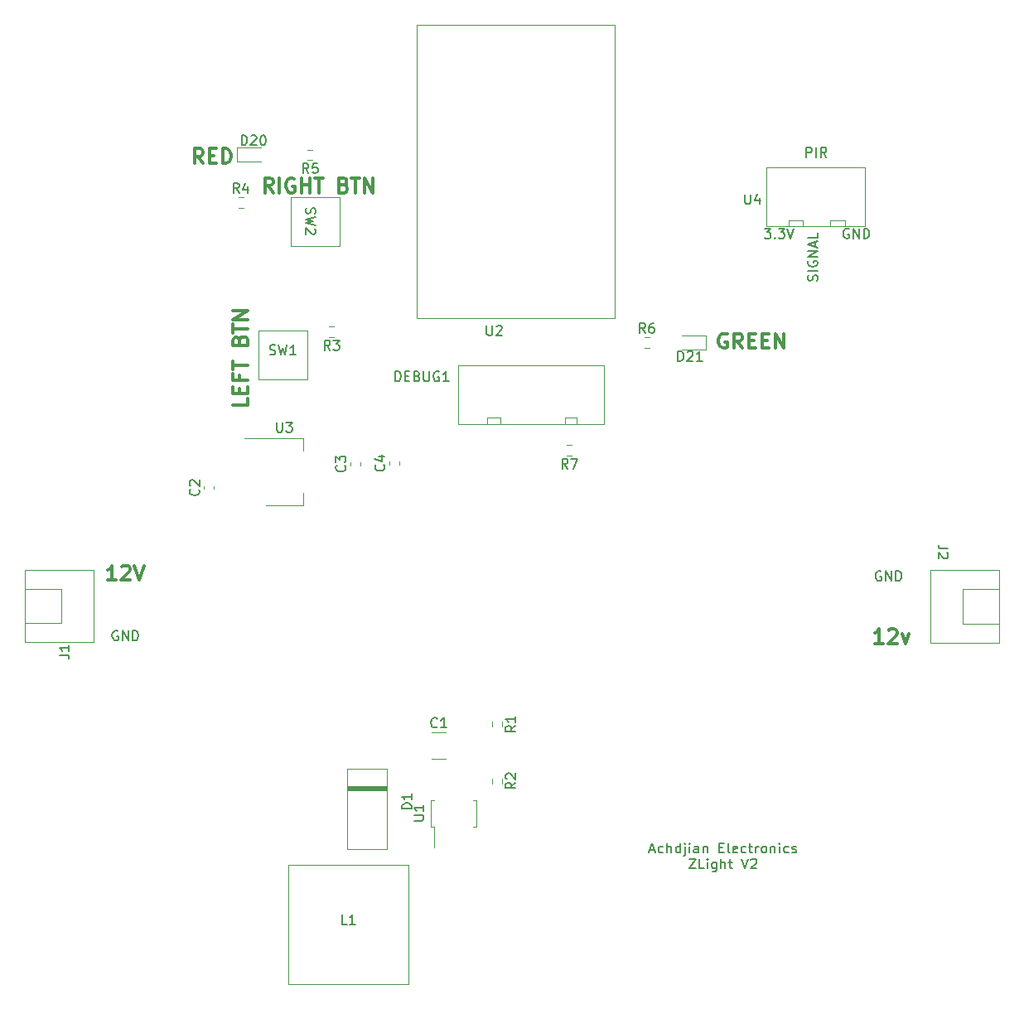
<source format=gbr>
%TF.GenerationSoftware,KiCad,Pcbnew,(6.0.9)*%
%TF.CreationDate,2022-11-20T19:55:09+01:00*%
%TF.ProjectId,ZLight_V2,5a4c6967-6874-45f5-9632-2e6b69636164,rev?*%
%TF.SameCoordinates,Original*%
%TF.FileFunction,Legend,Top*%
%TF.FilePolarity,Positive*%
%FSLAX46Y46*%
G04 Gerber Fmt 4.6, Leading zero omitted, Abs format (unit mm)*
G04 Created by KiCad (PCBNEW (6.0.9)) date 2022-11-20 19:55:09*
%MOMM*%
%LPD*%
G01*
G04 APERTURE LIST*
%ADD10C,0.150000*%
%ADD11C,0.300000*%
%ADD12C,0.120000*%
G04 APERTURE END LIST*
D10*
X164123809Y-123661666D02*
X164600000Y-123661666D01*
X164028571Y-123947380D02*
X164361904Y-122947380D01*
X164695238Y-123947380D01*
X165457142Y-123899761D02*
X165361904Y-123947380D01*
X165171428Y-123947380D01*
X165076190Y-123899761D01*
X165028571Y-123852142D01*
X164980952Y-123756904D01*
X164980952Y-123471190D01*
X165028571Y-123375952D01*
X165076190Y-123328333D01*
X165171428Y-123280714D01*
X165361904Y-123280714D01*
X165457142Y-123328333D01*
X165885714Y-123947380D02*
X165885714Y-122947380D01*
X166314285Y-123947380D02*
X166314285Y-123423571D01*
X166266666Y-123328333D01*
X166171428Y-123280714D01*
X166028571Y-123280714D01*
X165933333Y-123328333D01*
X165885714Y-123375952D01*
X167219047Y-123947380D02*
X167219047Y-122947380D01*
X167219047Y-123899761D02*
X167123809Y-123947380D01*
X166933333Y-123947380D01*
X166838095Y-123899761D01*
X166790476Y-123852142D01*
X166742857Y-123756904D01*
X166742857Y-123471190D01*
X166790476Y-123375952D01*
X166838095Y-123328333D01*
X166933333Y-123280714D01*
X167123809Y-123280714D01*
X167219047Y-123328333D01*
X167695238Y-123280714D02*
X167695238Y-124137857D01*
X167647619Y-124233095D01*
X167552380Y-124280714D01*
X167504761Y-124280714D01*
X167695238Y-122947380D02*
X167647619Y-122995000D01*
X167695238Y-123042619D01*
X167742857Y-122995000D01*
X167695238Y-122947380D01*
X167695238Y-123042619D01*
X168171428Y-123947380D02*
X168171428Y-123280714D01*
X168171428Y-122947380D02*
X168123809Y-122995000D01*
X168171428Y-123042619D01*
X168219047Y-122995000D01*
X168171428Y-122947380D01*
X168171428Y-123042619D01*
X169076190Y-123947380D02*
X169076190Y-123423571D01*
X169028571Y-123328333D01*
X168933333Y-123280714D01*
X168742857Y-123280714D01*
X168647619Y-123328333D01*
X169076190Y-123899761D02*
X168980952Y-123947380D01*
X168742857Y-123947380D01*
X168647619Y-123899761D01*
X168600000Y-123804523D01*
X168600000Y-123709285D01*
X168647619Y-123614047D01*
X168742857Y-123566428D01*
X168980952Y-123566428D01*
X169076190Y-123518809D01*
X169552380Y-123280714D02*
X169552380Y-123947380D01*
X169552380Y-123375952D02*
X169600000Y-123328333D01*
X169695238Y-123280714D01*
X169838095Y-123280714D01*
X169933333Y-123328333D01*
X169980952Y-123423571D01*
X169980952Y-123947380D01*
X171219047Y-123423571D02*
X171552380Y-123423571D01*
X171695238Y-123947380D02*
X171219047Y-123947380D01*
X171219047Y-122947380D01*
X171695238Y-122947380D01*
X172266666Y-123947380D02*
X172171428Y-123899761D01*
X172123809Y-123804523D01*
X172123809Y-122947380D01*
X173028571Y-123899761D02*
X172933333Y-123947380D01*
X172742857Y-123947380D01*
X172647619Y-123899761D01*
X172600000Y-123804523D01*
X172600000Y-123423571D01*
X172647619Y-123328333D01*
X172742857Y-123280714D01*
X172933333Y-123280714D01*
X173028571Y-123328333D01*
X173076190Y-123423571D01*
X173076190Y-123518809D01*
X172600000Y-123614047D01*
X173933333Y-123899761D02*
X173838095Y-123947380D01*
X173647619Y-123947380D01*
X173552380Y-123899761D01*
X173504761Y-123852142D01*
X173457142Y-123756904D01*
X173457142Y-123471190D01*
X173504761Y-123375952D01*
X173552380Y-123328333D01*
X173647619Y-123280714D01*
X173838095Y-123280714D01*
X173933333Y-123328333D01*
X174219047Y-123280714D02*
X174600000Y-123280714D01*
X174361904Y-122947380D02*
X174361904Y-123804523D01*
X174409523Y-123899761D01*
X174504761Y-123947380D01*
X174600000Y-123947380D01*
X174933333Y-123947380D02*
X174933333Y-123280714D01*
X174933333Y-123471190D02*
X174980952Y-123375952D01*
X175028571Y-123328333D01*
X175123809Y-123280714D01*
X175219047Y-123280714D01*
X175695238Y-123947380D02*
X175600000Y-123899761D01*
X175552380Y-123852142D01*
X175504761Y-123756904D01*
X175504761Y-123471190D01*
X175552380Y-123375952D01*
X175600000Y-123328333D01*
X175695238Y-123280714D01*
X175838095Y-123280714D01*
X175933333Y-123328333D01*
X175980952Y-123375952D01*
X176028571Y-123471190D01*
X176028571Y-123756904D01*
X175980952Y-123852142D01*
X175933333Y-123899761D01*
X175838095Y-123947380D01*
X175695238Y-123947380D01*
X176457142Y-123280714D02*
X176457142Y-123947380D01*
X176457142Y-123375952D02*
X176504761Y-123328333D01*
X176600000Y-123280714D01*
X176742857Y-123280714D01*
X176838095Y-123328333D01*
X176885714Y-123423571D01*
X176885714Y-123947380D01*
X177361904Y-123947380D02*
X177361904Y-123280714D01*
X177361904Y-122947380D02*
X177314285Y-122995000D01*
X177361904Y-123042619D01*
X177409523Y-122995000D01*
X177361904Y-122947380D01*
X177361904Y-123042619D01*
X178266666Y-123899761D02*
X178171428Y-123947380D01*
X177980952Y-123947380D01*
X177885714Y-123899761D01*
X177838095Y-123852142D01*
X177790476Y-123756904D01*
X177790476Y-123471190D01*
X177838095Y-123375952D01*
X177885714Y-123328333D01*
X177980952Y-123280714D01*
X178171428Y-123280714D01*
X178266666Y-123328333D01*
X178647619Y-123899761D02*
X178742857Y-123947380D01*
X178933333Y-123947380D01*
X179028571Y-123899761D01*
X179076190Y-123804523D01*
X179076190Y-123756904D01*
X179028571Y-123661666D01*
X178933333Y-123614047D01*
X178790476Y-123614047D01*
X178695238Y-123566428D01*
X178647619Y-123471190D01*
X178647619Y-123423571D01*
X178695238Y-123328333D01*
X178790476Y-123280714D01*
X178933333Y-123280714D01*
X179028571Y-123328333D01*
X168147619Y-124557380D02*
X168814285Y-124557380D01*
X168147619Y-125557380D01*
X168814285Y-125557380D01*
X169671428Y-125557380D02*
X169195238Y-125557380D01*
X169195238Y-124557380D01*
X170004761Y-125557380D02*
X170004761Y-124890714D01*
X170004761Y-124557380D02*
X169957142Y-124605000D01*
X170004761Y-124652619D01*
X170052380Y-124605000D01*
X170004761Y-124557380D01*
X170004761Y-124652619D01*
X170909523Y-124890714D02*
X170909523Y-125700238D01*
X170861904Y-125795476D01*
X170814285Y-125843095D01*
X170719047Y-125890714D01*
X170576190Y-125890714D01*
X170480952Y-125843095D01*
X170909523Y-125509761D02*
X170814285Y-125557380D01*
X170623809Y-125557380D01*
X170528571Y-125509761D01*
X170480952Y-125462142D01*
X170433333Y-125366904D01*
X170433333Y-125081190D01*
X170480952Y-124985952D01*
X170528571Y-124938333D01*
X170623809Y-124890714D01*
X170814285Y-124890714D01*
X170909523Y-124938333D01*
X171385714Y-125557380D02*
X171385714Y-124557380D01*
X171814285Y-125557380D02*
X171814285Y-125033571D01*
X171766666Y-124938333D01*
X171671428Y-124890714D01*
X171528571Y-124890714D01*
X171433333Y-124938333D01*
X171385714Y-124985952D01*
X172147619Y-124890714D02*
X172528571Y-124890714D01*
X172290476Y-124557380D02*
X172290476Y-125414523D01*
X172338095Y-125509761D01*
X172433333Y-125557380D01*
X172528571Y-125557380D01*
X173480952Y-124557380D02*
X173814285Y-125557380D01*
X174147619Y-124557380D01*
X174433333Y-124652619D02*
X174480952Y-124605000D01*
X174576190Y-124557380D01*
X174814285Y-124557380D01*
X174909523Y-124605000D01*
X174957142Y-124652619D01*
X175004761Y-124747857D01*
X175004761Y-124843095D01*
X174957142Y-124985952D01*
X174385714Y-125557380D01*
X175004761Y-125557380D01*
X184438095Y-60200000D02*
X184342857Y-60152380D01*
X184200000Y-60152380D01*
X184057142Y-60200000D01*
X183961904Y-60295238D01*
X183914285Y-60390476D01*
X183866666Y-60580952D01*
X183866666Y-60723809D01*
X183914285Y-60914285D01*
X183961904Y-61009523D01*
X184057142Y-61104761D01*
X184200000Y-61152380D01*
X184295238Y-61152380D01*
X184438095Y-61104761D01*
X184485714Y-61057142D01*
X184485714Y-60723809D01*
X184295238Y-60723809D01*
X184914285Y-61152380D02*
X184914285Y-60152380D01*
X185485714Y-61152380D01*
X185485714Y-60152380D01*
X185961904Y-61152380D02*
X185961904Y-60152380D01*
X186200000Y-60152380D01*
X186342857Y-60200000D01*
X186438095Y-60295238D01*
X186485714Y-60390476D01*
X186533333Y-60580952D01*
X186533333Y-60723809D01*
X186485714Y-60914285D01*
X186438095Y-61009523D01*
X186342857Y-61104761D01*
X186200000Y-61152380D01*
X185961904Y-61152380D01*
D11*
X118435714Y-53478571D02*
X117935714Y-52764285D01*
X117578571Y-53478571D02*
X117578571Y-51978571D01*
X118150000Y-51978571D01*
X118292857Y-52050000D01*
X118364285Y-52121428D01*
X118435714Y-52264285D01*
X118435714Y-52478571D01*
X118364285Y-52621428D01*
X118292857Y-52692857D01*
X118150000Y-52764285D01*
X117578571Y-52764285D01*
X119078571Y-52692857D02*
X119578571Y-52692857D01*
X119792857Y-53478571D02*
X119078571Y-53478571D01*
X119078571Y-51978571D01*
X119792857Y-51978571D01*
X120435714Y-53478571D02*
X120435714Y-51978571D01*
X120792857Y-51978571D01*
X121007142Y-52050000D01*
X121150000Y-52192857D01*
X121221428Y-52335714D01*
X121292857Y-52621428D01*
X121292857Y-52835714D01*
X121221428Y-53121428D01*
X121150000Y-53264285D01*
X121007142Y-53407142D01*
X120792857Y-53478571D01*
X120435714Y-53478571D01*
X187942857Y-102578571D02*
X187085714Y-102578571D01*
X187514285Y-102578571D02*
X187514285Y-101078571D01*
X187371428Y-101292857D01*
X187228571Y-101435714D01*
X187085714Y-101507142D01*
X188514285Y-101221428D02*
X188585714Y-101150000D01*
X188728571Y-101078571D01*
X189085714Y-101078571D01*
X189228571Y-101150000D01*
X189300000Y-101221428D01*
X189371428Y-101364285D01*
X189371428Y-101507142D01*
X189300000Y-101721428D01*
X188442857Y-102578571D01*
X189371428Y-102578571D01*
X189871428Y-101578571D02*
X190228571Y-102578571D01*
X190585714Y-101578571D01*
D10*
X175823809Y-60152380D02*
X176442857Y-60152380D01*
X176109523Y-60533333D01*
X176252380Y-60533333D01*
X176347619Y-60580952D01*
X176395238Y-60628571D01*
X176442857Y-60723809D01*
X176442857Y-60961904D01*
X176395238Y-61057142D01*
X176347619Y-61104761D01*
X176252380Y-61152380D01*
X175966666Y-61152380D01*
X175871428Y-61104761D01*
X175823809Y-61057142D01*
X176871428Y-61057142D02*
X176919047Y-61104761D01*
X176871428Y-61152380D01*
X176823809Y-61104761D01*
X176871428Y-61057142D01*
X176871428Y-61152380D01*
X177252380Y-60152380D02*
X177871428Y-60152380D01*
X177538095Y-60533333D01*
X177680952Y-60533333D01*
X177776190Y-60580952D01*
X177823809Y-60628571D01*
X177871428Y-60723809D01*
X177871428Y-60961904D01*
X177823809Y-61057142D01*
X177776190Y-61104761D01*
X177680952Y-61152380D01*
X177395238Y-61152380D01*
X177300000Y-61104761D01*
X177252380Y-61057142D01*
X178157142Y-60152380D02*
X178490476Y-61152380D01*
X178823809Y-60152380D01*
X180100000Y-52852380D02*
X180100000Y-51852380D01*
X180480952Y-51852380D01*
X180576190Y-51900000D01*
X180623809Y-51947619D01*
X180671428Y-52042857D01*
X180671428Y-52185714D01*
X180623809Y-52280952D01*
X180576190Y-52328571D01*
X180480952Y-52376190D01*
X180100000Y-52376190D01*
X181100000Y-52852380D02*
X181100000Y-51852380D01*
X182147619Y-52852380D02*
X181814285Y-52376190D01*
X181576190Y-52852380D02*
X181576190Y-51852380D01*
X181957142Y-51852380D01*
X182052380Y-51900000D01*
X182100000Y-51947619D01*
X182147619Y-52042857D01*
X182147619Y-52185714D01*
X182100000Y-52280952D01*
X182052380Y-52328571D01*
X181957142Y-52376190D01*
X181576190Y-52376190D01*
D11*
X172000000Y-70950000D02*
X171857142Y-70878571D01*
X171642857Y-70878571D01*
X171428571Y-70950000D01*
X171285714Y-71092857D01*
X171214285Y-71235714D01*
X171142857Y-71521428D01*
X171142857Y-71735714D01*
X171214285Y-72021428D01*
X171285714Y-72164285D01*
X171428571Y-72307142D01*
X171642857Y-72378571D01*
X171785714Y-72378571D01*
X172000000Y-72307142D01*
X172071428Y-72235714D01*
X172071428Y-71735714D01*
X171785714Y-71735714D01*
X173571428Y-72378571D02*
X173071428Y-71664285D01*
X172714285Y-72378571D02*
X172714285Y-70878571D01*
X173285714Y-70878571D01*
X173428571Y-70950000D01*
X173500000Y-71021428D01*
X173571428Y-71164285D01*
X173571428Y-71378571D01*
X173500000Y-71521428D01*
X173428571Y-71592857D01*
X173285714Y-71664285D01*
X172714285Y-71664285D01*
X174214285Y-71592857D02*
X174714285Y-71592857D01*
X174928571Y-72378571D02*
X174214285Y-72378571D01*
X174214285Y-70878571D01*
X174928571Y-70878571D01*
X175571428Y-71592857D02*
X176071428Y-71592857D01*
X176285714Y-72378571D02*
X175571428Y-72378571D01*
X175571428Y-70878571D01*
X176285714Y-70878571D01*
X176928571Y-72378571D02*
X176928571Y-70878571D01*
X177785714Y-72378571D01*
X177785714Y-70878571D01*
X125621428Y-56478571D02*
X125121428Y-55764285D01*
X124764285Y-56478571D02*
X124764285Y-54978571D01*
X125335714Y-54978571D01*
X125478571Y-55050000D01*
X125550000Y-55121428D01*
X125621428Y-55264285D01*
X125621428Y-55478571D01*
X125550000Y-55621428D01*
X125478571Y-55692857D01*
X125335714Y-55764285D01*
X124764285Y-55764285D01*
X126264285Y-56478571D02*
X126264285Y-54978571D01*
X127764285Y-55050000D02*
X127621428Y-54978571D01*
X127407142Y-54978571D01*
X127192857Y-55050000D01*
X127050000Y-55192857D01*
X126978571Y-55335714D01*
X126907142Y-55621428D01*
X126907142Y-55835714D01*
X126978571Y-56121428D01*
X127050000Y-56264285D01*
X127192857Y-56407142D01*
X127407142Y-56478571D01*
X127550000Y-56478571D01*
X127764285Y-56407142D01*
X127835714Y-56335714D01*
X127835714Y-55835714D01*
X127550000Y-55835714D01*
X128478571Y-56478571D02*
X128478571Y-54978571D01*
X128478571Y-55692857D02*
X129335714Y-55692857D01*
X129335714Y-56478571D02*
X129335714Y-54978571D01*
X129835714Y-54978571D02*
X130692857Y-54978571D01*
X130264285Y-56478571D02*
X130264285Y-54978571D01*
X132835714Y-55692857D02*
X133050000Y-55764285D01*
X133121428Y-55835714D01*
X133192857Y-55978571D01*
X133192857Y-56192857D01*
X133121428Y-56335714D01*
X133050000Y-56407142D01*
X132907142Y-56478571D01*
X132335714Y-56478571D01*
X132335714Y-54978571D01*
X132835714Y-54978571D01*
X132978571Y-55050000D01*
X133050000Y-55121428D01*
X133121428Y-55264285D01*
X133121428Y-55407142D01*
X133050000Y-55550000D01*
X132978571Y-55621428D01*
X132835714Y-55692857D01*
X132335714Y-55692857D01*
X133621428Y-54978571D02*
X134478571Y-54978571D01*
X134050000Y-56478571D02*
X134050000Y-54978571D01*
X134978571Y-56478571D02*
X134978571Y-54978571D01*
X135835714Y-56478571D01*
X135835714Y-54978571D01*
D10*
X181204761Y-65480952D02*
X181252380Y-65338095D01*
X181252380Y-65100000D01*
X181204761Y-65004761D01*
X181157142Y-64957142D01*
X181061904Y-64909523D01*
X180966666Y-64909523D01*
X180871428Y-64957142D01*
X180823809Y-65004761D01*
X180776190Y-65100000D01*
X180728571Y-65290476D01*
X180680952Y-65385714D01*
X180633333Y-65433333D01*
X180538095Y-65480952D01*
X180442857Y-65480952D01*
X180347619Y-65433333D01*
X180300000Y-65385714D01*
X180252380Y-65290476D01*
X180252380Y-65052380D01*
X180300000Y-64909523D01*
X181252380Y-64480952D02*
X180252380Y-64480952D01*
X180300000Y-63480952D02*
X180252380Y-63576190D01*
X180252380Y-63719047D01*
X180300000Y-63861904D01*
X180395238Y-63957142D01*
X180490476Y-64004761D01*
X180680952Y-64052380D01*
X180823809Y-64052380D01*
X181014285Y-64004761D01*
X181109523Y-63957142D01*
X181204761Y-63861904D01*
X181252380Y-63719047D01*
X181252380Y-63623809D01*
X181204761Y-63480952D01*
X181157142Y-63433333D01*
X180823809Y-63433333D01*
X180823809Y-63623809D01*
X181252380Y-63004761D02*
X180252380Y-63004761D01*
X181252380Y-62433333D01*
X180252380Y-62433333D01*
X180966666Y-62004761D02*
X180966666Y-61528571D01*
X181252380Y-62100000D02*
X180252380Y-61766666D01*
X181252380Y-61433333D01*
X181252380Y-60623809D02*
X181252380Y-61100000D01*
X180252380Y-61100000D01*
D11*
X109571428Y-96078571D02*
X108714285Y-96078571D01*
X109142857Y-96078571D02*
X109142857Y-94578571D01*
X109000000Y-94792857D01*
X108857142Y-94935714D01*
X108714285Y-95007142D01*
X110142857Y-94721428D02*
X110214285Y-94650000D01*
X110357142Y-94578571D01*
X110714285Y-94578571D01*
X110857142Y-94650000D01*
X110928571Y-94721428D01*
X111000000Y-94864285D01*
X111000000Y-95007142D01*
X110928571Y-95221428D01*
X110071428Y-96078571D01*
X111000000Y-96078571D01*
X111428571Y-94578571D02*
X111928571Y-96078571D01*
X112428571Y-94578571D01*
D10*
X187738095Y-95200000D02*
X187642857Y-95152380D01*
X187500000Y-95152380D01*
X187357142Y-95200000D01*
X187261904Y-95295238D01*
X187214285Y-95390476D01*
X187166666Y-95580952D01*
X187166666Y-95723809D01*
X187214285Y-95914285D01*
X187261904Y-96009523D01*
X187357142Y-96104761D01*
X187500000Y-96152380D01*
X187595238Y-96152380D01*
X187738095Y-96104761D01*
X187785714Y-96057142D01*
X187785714Y-95723809D01*
X187595238Y-95723809D01*
X188214285Y-96152380D02*
X188214285Y-95152380D01*
X188785714Y-96152380D01*
X188785714Y-95152380D01*
X189261904Y-96152380D02*
X189261904Y-95152380D01*
X189500000Y-95152380D01*
X189642857Y-95200000D01*
X189738095Y-95295238D01*
X189785714Y-95390476D01*
X189833333Y-95580952D01*
X189833333Y-95723809D01*
X189785714Y-95914285D01*
X189738095Y-96009523D01*
X189642857Y-96104761D01*
X189500000Y-96152380D01*
X189261904Y-96152380D01*
X109738095Y-101300000D02*
X109642857Y-101252380D01*
X109500000Y-101252380D01*
X109357142Y-101300000D01*
X109261904Y-101395238D01*
X109214285Y-101490476D01*
X109166666Y-101680952D01*
X109166666Y-101823809D01*
X109214285Y-102014285D01*
X109261904Y-102109523D01*
X109357142Y-102204761D01*
X109500000Y-102252380D01*
X109595238Y-102252380D01*
X109738095Y-102204761D01*
X109785714Y-102157142D01*
X109785714Y-101823809D01*
X109595238Y-101823809D01*
X110214285Y-102252380D02*
X110214285Y-101252380D01*
X110785714Y-102252380D01*
X110785714Y-101252380D01*
X111261904Y-102252380D02*
X111261904Y-101252380D01*
X111500000Y-101252380D01*
X111642857Y-101300000D01*
X111738095Y-101395238D01*
X111785714Y-101490476D01*
X111833333Y-101680952D01*
X111833333Y-101823809D01*
X111785714Y-102014285D01*
X111738095Y-102109523D01*
X111642857Y-102204761D01*
X111500000Y-102252380D01*
X111261904Y-102252380D01*
D11*
X122978571Y-77507142D02*
X122978571Y-78221428D01*
X121478571Y-78221428D01*
X122192857Y-77007142D02*
X122192857Y-76507142D01*
X122978571Y-76292857D02*
X122978571Y-77007142D01*
X121478571Y-77007142D01*
X121478571Y-76292857D01*
X122192857Y-75150000D02*
X122192857Y-75650000D01*
X122978571Y-75650000D02*
X121478571Y-75650000D01*
X121478571Y-74935714D01*
X121478571Y-74578571D02*
X121478571Y-73721428D01*
X122978571Y-74150000D02*
X121478571Y-74150000D01*
X122192857Y-71578571D02*
X122264285Y-71364285D01*
X122335714Y-71292857D01*
X122478571Y-71221428D01*
X122692857Y-71221428D01*
X122835714Y-71292857D01*
X122907142Y-71364285D01*
X122978571Y-71507142D01*
X122978571Y-72078571D01*
X121478571Y-72078571D01*
X121478571Y-71578571D01*
X121550000Y-71435714D01*
X121621428Y-71364285D01*
X121764285Y-71292857D01*
X121907142Y-71292857D01*
X122050000Y-71364285D01*
X122121428Y-71435714D01*
X122192857Y-71578571D01*
X122192857Y-72078571D01*
X121478571Y-70792857D02*
X121478571Y-69935714D01*
X122978571Y-70364285D02*
X121478571Y-70364285D01*
X122978571Y-69435714D02*
X121478571Y-69435714D01*
X122978571Y-68578571D01*
X121478571Y-68578571D01*
D10*
%TO.C,J1*%
X103752380Y-103733333D02*
X104466666Y-103733333D01*
X104609523Y-103780952D01*
X104704761Y-103876190D01*
X104752380Y-104019047D01*
X104752380Y-104114285D01*
X104752380Y-102733333D02*
X104752380Y-103304761D01*
X104752380Y-103019047D02*
X103752380Y-103019047D01*
X103895238Y-103114285D01*
X103990476Y-103209523D01*
X104038095Y-103304761D01*
%TO.C,U3*%
X125988095Y-79952380D02*
X125988095Y-80761904D01*
X126035714Y-80857142D01*
X126083333Y-80904761D01*
X126178571Y-80952380D01*
X126369047Y-80952380D01*
X126464285Y-80904761D01*
X126511904Y-80857142D01*
X126559523Y-80761904D01*
X126559523Y-79952380D01*
X126940476Y-79952380D02*
X127559523Y-79952380D01*
X127226190Y-80333333D01*
X127369047Y-80333333D01*
X127464285Y-80380952D01*
X127511904Y-80428571D01*
X127559523Y-80523809D01*
X127559523Y-80761904D01*
X127511904Y-80857142D01*
X127464285Y-80904761D01*
X127369047Y-80952380D01*
X127083333Y-80952380D01*
X126988095Y-80904761D01*
X126940476Y-80857142D01*
%TO.C,DEBUG1*%
X138085714Y-75752380D02*
X138085714Y-74752380D01*
X138323809Y-74752380D01*
X138466666Y-74800000D01*
X138561904Y-74895238D01*
X138609523Y-74990476D01*
X138657142Y-75180952D01*
X138657142Y-75323809D01*
X138609523Y-75514285D01*
X138561904Y-75609523D01*
X138466666Y-75704761D01*
X138323809Y-75752380D01*
X138085714Y-75752380D01*
X139085714Y-75228571D02*
X139419047Y-75228571D01*
X139561904Y-75752380D02*
X139085714Y-75752380D01*
X139085714Y-74752380D01*
X139561904Y-74752380D01*
X140323809Y-75228571D02*
X140466666Y-75276190D01*
X140514285Y-75323809D01*
X140561904Y-75419047D01*
X140561904Y-75561904D01*
X140514285Y-75657142D01*
X140466666Y-75704761D01*
X140371428Y-75752380D01*
X139990476Y-75752380D01*
X139990476Y-74752380D01*
X140323809Y-74752380D01*
X140419047Y-74800000D01*
X140466666Y-74847619D01*
X140514285Y-74942857D01*
X140514285Y-75038095D01*
X140466666Y-75133333D01*
X140419047Y-75180952D01*
X140323809Y-75228571D01*
X139990476Y-75228571D01*
X140990476Y-74752380D02*
X140990476Y-75561904D01*
X141038095Y-75657142D01*
X141085714Y-75704761D01*
X141180952Y-75752380D01*
X141371428Y-75752380D01*
X141466666Y-75704761D01*
X141514285Y-75657142D01*
X141561904Y-75561904D01*
X141561904Y-74752380D01*
X142561904Y-74800000D02*
X142466666Y-74752380D01*
X142323809Y-74752380D01*
X142180952Y-74800000D01*
X142085714Y-74895238D01*
X142038095Y-74990476D01*
X141990476Y-75180952D01*
X141990476Y-75323809D01*
X142038095Y-75514285D01*
X142085714Y-75609523D01*
X142180952Y-75704761D01*
X142323809Y-75752380D01*
X142419047Y-75752380D01*
X142561904Y-75704761D01*
X142609523Y-75657142D01*
X142609523Y-75323809D01*
X142419047Y-75323809D01*
X143561904Y-75752380D02*
X142990476Y-75752380D01*
X143276190Y-75752380D02*
X143276190Y-74752380D01*
X143180952Y-74895238D01*
X143085714Y-74990476D01*
X142990476Y-75038095D01*
%TO.C,SW1*%
X125266666Y-73004761D02*
X125409523Y-73052380D01*
X125647619Y-73052380D01*
X125742857Y-73004761D01*
X125790476Y-72957142D01*
X125838095Y-72861904D01*
X125838095Y-72766666D01*
X125790476Y-72671428D01*
X125742857Y-72623809D01*
X125647619Y-72576190D01*
X125457142Y-72528571D01*
X125361904Y-72480952D01*
X125314285Y-72433333D01*
X125266666Y-72338095D01*
X125266666Y-72242857D01*
X125314285Y-72147619D01*
X125361904Y-72100000D01*
X125457142Y-72052380D01*
X125695238Y-72052380D01*
X125838095Y-72100000D01*
X126171428Y-72052380D02*
X126409523Y-73052380D01*
X126600000Y-72338095D01*
X126790476Y-73052380D01*
X127028571Y-72052380D01*
X127933333Y-73052380D02*
X127361904Y-73052380D01*
X127647619Y-73052380D02*
X127647619Y-72052380D01*
X127552380Y-72195238D01*
X127457142Y-72290476D01*
X127361904Y-72338095D01*
%TO.C,U2*%
X147438095Y-70072380D02*
X147438095Y-70881904D01*
X147485714Y-70977142D01*
X147533333Y-71024761D01*
X147628571Y-71072380D01*
X147819047Y-71072380D01*
X147914285Y-71024761D01*
X147961904Y-70977142D01*
X148009523Y-70881904D01*
X148009523Y-70072380D01*
X148438095Y-70167619D02*
X148485714Y-70120000D01*
X148580952Y-70072380D01*
X148819047Y-70072380D01*
X148914285Y-70120000D01*
X148961904Y-70167619D01*
X149009523Y-70262857D01*
X149009523Y-70358095D01*
X148961904Y-70500952D01*
X148390476Y-71072380D01*
X149009523Y-71072380D01*
%TO.C,R1*%
X150382380Y-110979166D02*
X149906190Y-111312500D01*
X150382380Y-111550595D02*
X149382380Y-111550595D01*
X149382380Y-111169642D01*
X149430000Y-111074404D01*
X149477619Y-111026785D01*
X149572857Y-110979166D01*
X149715714Y-110979166D01*
X149810952Y-111026785D01*
X149858571Y-111074404D01*
X149906190Y-111169642D01*
X149906190Y-111550595D01*
X150382380Y-110026785D02*
X150382380Y-110598214D01*
X150382380Y-110312500D02*
X149382380Y-110312500D01*
X149525238Y-110407738D01*
X149620476Y-110502976D01*
X149668095Y-110598214D01*
%TO.C,C1*%
X142370833Y-111057142D02*
X142323214Y-111104761D01*
X142180357Y-111152380D01*
X142085119Y-111152380D01*
X141942261Y-111104761D01*
X141847023Y-111009523D01*
X141799404Y-110914285D01*
X141751785Y-110723809D01*
X141751785Y-110580952D01*
X141799404Y-110390476D01*
X141847023Y-110295238D01*
X141942261Y-110200000D01*
X142085119Y-110152380D01*
X142180357Y-110152380D01*
X142323214Y-110200000D01*
X142370833Y-110247619D01*
X143323214Y-111152380D02*
X142751785Y-111152380D01*
X143037500Y-111152380D02*
X143037500Y-110152380D01*
X142942261Y-110295238D01*
X142847023Y-110390476D01*
X142751785Y-110438095D01*
%TO.C,C2*%
X117977142Y-86804166D02*
X118024761Y-86851785D01*
X118072380Y-86994642D01*
X118072380Y-87089880D01*
X118024761Y-87232738D01*
X117929523Y-87327976D01*
X117834285Y-87375595D01*
X117643809Y-87423214D01*
X117500952Y-87423214D01*
X117310476Y-87375595D01*
X117215238Y-87327976D01*
X117120000Y-87232738D01*
X117072380Y-87089880D01*
X117072380Y-86994642D01*
X117120000Y-86851785D01*
X117167619Y-86804166D01*
X117167619Y-86423214D02*
X117120000Y-86375595D01*
X117072380Y-86280357D01*
X117072380Y-86042261D01*
X117120000Y-85947023D01*
X117167619Y-85899404D01*
X117262857Y-85851785D01*
X117358095Y-85851785D01*
X117500952Y-85899404D01*
X118072380Y-86470833D01*
X118072380Y-85851785D01*
%TO.C,SW2*%
X128995238Y-58066666D02*
X128947619Y-58209523D01*
X128947619Y-58447619D01*
X128995238Y-58542857D01*
X129042857Y-58590476D01*
X129138095Y-58638095D01*
X129233333Y-58638095D01*
X129328571Y-58590476D01*
X129376190Y-58542857D01*
X129423809Y-58447619D01*
X129471428Y-58257142D01*
X129519047Y-58161904D01*
X129566666Y-58114285D01*
X129661904Y-58066666D01*
X129757142Y-58066666D01*
X129852380Y-58114285D01*
X129900000Y-58161904D01*
X129947619Y-58257142D01*
X129947619Y-58495238D01*
X129900000Y-58638095D01*
X129947619Y-58971428D02*
X128947619Y-59209523D01*
X129661904Y-59400000D01*
X128947619Y-59590476D01*
X129947619Y-59828571D01*
X129852380Y-60161904D02*
X129900000Y-60209523D01*
X129947619Y-60304761D01*
X129947619Y-60542857D01*
X129900000Y-60638095D01*
X129852380Y-60685714D01*
X129757142Y-60733333D01*
X129661904Y-60733333D01*
X129519047Y-60685714D01*
X128947619Y-60114285D01*
X128947619Y-60733333D01*
%TO.C,C4*%
X136927142Y-84304166D02*
X136974761Y-84351785D01*
X137022380Y-84494642D01*
X137022380Y-84589880D01*
X136974761Y-84732738D01*
X136879523Y-84827976D01*
X136784285Y-84875595D01*
X136593809Y-84923214D01*
X136450952Y-84923214D01*
X136260476Y-84875595D01*
X136165238Y-84827976D01*
X136070000Y-84732738D01*
X136022380Y-84589880D01*
X136022380Y-84494642D01*
X136070000Y-84351785D01*
X136117619Y-84304166D01*
X136355714Y-83447023D02*
X137022380Y-83447023D01*
X135974761Y-83685119D02*
X136689047Y-83923214D01*
X136689047Y-83304166D01*
%TO.C,R5*%
X129233333Y-54482380D02*
X128900000Y-54006190D01*
X128661904Y-54482380D02*
X128661904Y-53482380D01*
X129042857Y-53482380D01*
X129138095Y-53530000D01*
X129185714Y-53577619D01*
X129233333Y-53672857D01*
X129233333Y-53815714D01*
X129185714Y-53910952D01*
X129138095Y-53958571D01*
X129042857Y-54006190D01*
X128661904Y-54006190D01*
X130138095Y-53482380D02*
X129661904Y-53482380D01*
X129614285Y-53958571D01*
X129661904Y-53910952D01*
X129757142Y-53863333D01*
X129995238Y-53863333D01*
X130090476Y-53910952D01*
X130138095Y-53958571D01*
X130185714Y-54053809D01*
X130185714Y-54291904D01*
X130138095Y-54387142D01*
X130090476Y-54434761D01*
X129995238Y-54482380D01*
X129757142Y-54482380D01*
X129661904Y-54434761D01*
X129614285Y-54387142D01*
%TO.C,R4*%
X122133333Y-56522380D02*
X121800000Y-56046190D01*
X121561904Y-56522380D02*
X121561904Y-55522380D01*
X121942857Y-55522380D01*
X122038095Y-55570000D01*
X122085714Y-55617619D01*
X122133333Y-55712857D01*
X122133333Y-55855714D01*
X122085714Y-55950952D01*
X122038095Y-55998571D01*
X121942857Y-56046190D01*
X121561904Y-56046190D01*
X122990476Y-55855714D02*
X122990476Y-56522380D01*
X122752380Y-55474761D02*
X122514285Y-56189047D01*
X123133333Y-56189047D01*
%TO.C,R6*%
X163633333Y-70822380D02*
X163300000Y-70346190D01*
X163061904Y-70822380D02*
X163061904Y-69822380D01*
X163442857Y-69822380D01*
X163538095Y-69870000D01*
X163585714Y-69917619D01*
X163633333Y-70012857D01*
X163633333Y-70155714D01*
X163585714Y-70250952D01*
X163538095Y-70298571D01*
X163442857Y-70346190D01*
X163061904Y-70346190D01*
X164490476Y-69822380D02*
X164300000Y-69822380D01*
X164204761Y-69870000D01*
X164157142Y-69917619D01*
X164061904Y-70060476D01*
X164014285Y-70250952D01*
X164014285Y-70631904D01*
X164061904Y-70727142D01*
X164109523Y-70774761D01*
X164204761Y-70822380D01*
X164395238Y-70822380D01*
X164490476Y-70774761D01*
X164538095Y-70727142D01*
X164585714Y-70631904D01*
X164585714Y-70393809D01*
X164538095Y-70298571D01*
X164490476Y-70250952D01*
X164395238Y-70203333D01*
X164204761Y-70203333D01*
X164109523Y-70250952D01*
X164061904Y-70298571D01*
X164014285Y-70393809D01*
%TO.C,D21*%
X166985714Y-73682380D02*
X166985714Y-72682380D01*
X167223809Y-72682380D01*
X167366666Y-72730000D01*
X167461904Y-72825238D01*
X167509523Y-72920476D01*
X167557142Y-73110952D01*
X167557142Y-73253809D01*
X167509523Y-73444285D01*
X167461904Y-73539523D01*
X167366666Y-73634761D01*
X167223809Y-73682380D01*
X166985714Y-73682380D01*
X167938095Y-72777619D02*
X167985714Y-72730000D01*
X168080952Y-72682380D01*
X168319047Y-72682380D01*
X168414285Y-72730000D01*
X168461904Y-72777619D01*
X168509523Y-72872857D01*
X168509523Y-72968095D01*
X168461904Y-73110952D01*
X167890476Y-73682380D01*
X168509523Y-73682380D01*
X169461904Y-73682380D02*
X168890476Y-73682380D01*
X169176190Y-73682380D02*
X169176190Y-72682380D01*
X169080952Y-72825238D01*
X168985714Y-72920476D01*
X168890476Y-72968095D01*
%TO.C,R3*%
X131433333Y-72582380D02*
X131100000Y-72106190D01*
X130861904Y-72582380D02*
X130861904Y-71582380D01*
X131242857Y-71582380D01*
X131338095Y-71630000D01*
X131385714Y-71677619D01*
X131433333Y-71772857D01*
X131433333Y-71915714D01*
X131385714Y-72010952D01*
X131338095Y-72058571D01*
X131242857Y-72106190D01*
X130861904Y-72106190D01*
X131766666Y-71582380D02*
X132385714Y-71582380D01*
X132052380Y-71963333D01*
X132195238Y-71963333D01*
X132290476Y-72010952D01*
X132338095Y-72058571D01*
X132385714Y-72153809D01*
X132385714Y-72391904D01*
X132338095Y-72487142D01*
X132290476Y-72534761D01*
X132195238Y-72582380D01*
X131909523Y-72582380D01*
X131814285Y-72534761D01*
X131766666Y-72487142D01*
%TO.C,D20*%
X122385714Y-51622380D02*
X122385714Y-50622380D01*
X122623809Y-50622380D01*
X122766666Y-50670000D01*
X122861904Y-50765238D01*
X122909523Y-50860476D01*
X122957142Y-51050952D01*
X122957142Y-51193809D01*
X122909523Y-51384285D01*
X122861904Y-51479523D01*
X122766666Y-51574761D01*
X122623809Y-51622380D01*
X122385714Y-51622380D01*
X123338095Y-50717619D02*
X123385714Y-50670000D01*
X123480952Y-50622380D01*
X123719047Y-50622380D01*
X123814285Y-50670000D01*
X123861904Y-50717619D01*
X123909523Y-50812857D01*
X123909523Y-50908095D01*
X123861904Y-51050952D01*
X123290476Y-51622380D01*
X123909523Y-51622380D01*
X124528571Y-50622380D02*
X124623809Y-50622380D01*
X124719047Y-50670000D01*
X124766666Y-50717619D01*
X124814285Y-50812857D01*
X124861904Y-51003333D01*
X124861904Y-51241428D01*
X124814285Y-51431904D01*
X124766666Y-51527142D01*
X124719047Y-51574761D01*
X124623809Y-51622380D01*
X124528571Y-51622380D01*
X124433333Y-51574761D01*
X124385714Y-51527142D01*
X124338095Y-51431904D01*
X124290476Y-51241428D01*
X124290476Y-51003333D01*
X124338095Y-50812857D01*
X124385714Y-50717619D01*
X124433333Y-50670000D01*
X124528571Y-50622380D01*
%TO.C,D1*%
X139752380Y-119438095D02*
X138752380Y-119438095D01*
X138752380Y-119200000D01*
X138800000Y-119057142D01*
X138895238Y-118961904D01*
X138990476Y-118914285D01*
X139180952Y-118866666D01*
X139323809Y-118866666D01*
X139514285Y-118914285D01*
X139609523Y-118961904D01*
X139704761Y-119057142D01*
X139752380Y-119200000D01*
X139752380Y-119438095D01*
X139752380Y-117914285D02*
X139752380Y-118485714D01*
X139752380Y-118200000D02*
X138752380Y-118200000D01*
X138895238Y-118295238D01*
X138990476Y-118390476D01*
X139038095Y-118485714D01*
%TO.C,J2*%
X194596619Y-92866666D02*
X193882333Y-92866666D01*
X193739476Y-92819047D01*
X193644238Y-92723809D01*
X193596619Y-92580952D01*
X193596619Y-92485714D01*
X194501380Y-93295238D02*
X194549000Y-93342857D01*
X194596619Y-93438095D01*
X194596619Y-93676190D01*
X194549000Y-93771428D01*
X194501380Y-93819047D01*
X194406142Y-93866666D01*
X194310904Y-93866666D01*
X194168047Y-93819047D01*
X193596619Y-93247619D01*
X193596619Y-93866666D01*
%TO.C,U4*%
X173838095Y-56652380D02*
X173838095Y-57461904D01*
X173885714Y-57557142D01*
X173933333Y-57604761D01*
X174028571Y-57652380D01*
X174219047Y-57652380D01*
X174314285Y-57604761D01*
X174361904Y-57557142D01*
X174409523Y-57461904D01*
X174409523Y-56652380D01*
X175314285Y-56985714D02*
X175314285Y-57652380D01*
X175076190Y-56604761D02*
X174838095Y-57319047D01*
X175457142Y-57319047D01*
%TO.C,R2*%
X150382380Y-116779166D02*
X149906190Y-117112500D01*
X150382380Y-117350595D02*
X149382380Y-117350595D01*
X149382380Y-116969642D01*
X149430000Y-116874404D01*
X149477619Y-116826785D01*
X149572857Y-116779166D01*
X149715714Y-116779166D01*
X149810952Y-116826785D01*
X149858571Y-116874404D01*
X149906190Y-116969642D01*
X149906190Y-117350595D01*
X149477619Y-116398214D02*
X149430000Y-116350595D01*
X149382380Y-116255357D01*
X149382380Y-116017261D01*
X149430000Y-115922023D01*
X149477619Y-115874404D01*
X149572857Y-115826785D01*
X149668095Y-115826785D01*
X149810952Y-115874404D01*
X150382380Y-116445833D01*
X150382380Y-115826785D01*
%TO.C,R7*%
X155720833Y-84682380D02*
X155387500Y-84206190D01*
X155149404Y-84682380D02*
X155149404Y-83682380D01*
X155530357Y-83682380D01*
X155625595Y-83730000D01*
X155673214Y-83777619D01*
X155720833Y-83872857D01*
X155720833Y-84015714D01*
X155673214Y-84110952D01*
X155625595Y-84158571D01*
X155530357Y-84206190D01*
X155149404Y-84206190D01*
X156054166Y-83682380D02*
X156720833Y-83682380D01*
X156292261Y-84682380D01*
%TO.C,U1*%
X140002380Y-120661904D02*
X140811904Y-120661904D01*
X140907142Y-120614285D01*
X140954761Y-120566666D01*
X141002380Y-120471428D01*
X141002380Y-120280952D01*
X140954761Y-120185714D01*
X140907142Y-120138095D01*
X140811904Y-120090476D01*
X140002380Y-120090476D01*
X141002380Y-119090476D02*
X141002380Y-119661904D01*
X141002380Y-119376190D02*
X140002380Y-119376190D01*
X140145238Y-119471428D01*
X140240476Y-119566666D01*
X140288095Y-119661904D01*
%TO.C,C3*%
X132927142Y-84366666D02*
X132974761Y-84414285D01*
X133022380Y-84557142D01*
X133022380Y-84652380D01*
X132974761Y-84795238D01*
X132879523Y-84890476D01*
X132784285Y-84938095D01*
X132593809Y-84985714D01*
X132450952Y-84985714D01*
X132260476Y-84938095D01*
X132165238Y-84890476D01*
X132070000Y-84795238D01*
X132022380Y-84652380D01*
X132022380Y-84557142D01*
X132070000Y-84414285D01*
X132117619Y-84366666D01*
X132022380Y-84033333D02*
X132022380Y-83414285D01*
X132403333Y-83747619D01*
X132403333Y-83604761D01*
X132450952Y-83509523D01*
X132498571Y-83461904D01*
X132593809Y-83414285D01*
X132831904Y-83414285D01*
X132927142Y-83461904D01*
X132974761Y-83509523D01*
X133022380Y-83604761D01*
X133022380Y-83890476D01*
X132974761Y-83985714D01*
X132927142Y-84033333D01*
%TO.C,L1*%
X133133333Y-131252380D02*
X132657142Y-131252380D01*
X132657142Y-130252380D01*
X133990476Y-131252380D02*
X133419047Y-131252380D01*
X133704761Y-131252380D02*
X133704761Y-130252380D01*
X133609523Y-130395238D01*
X133514285Y-130490476D01*
X133419047Y-130538095D01*
D12*
%TO.C,J1*%
X103949000Y-100480000D02*
X103949000Y-96980000D01*
X103949000Y-96980000D02*
X100249000Y-96980000D01*
X100249000Y-100480000D02*
X103949000Y-100480000D01*
X107249000Y-102430000D02*
X100249000Y-102430000D01*
X100249000Y-102430000D02*
X100249000Y-95030000D01*
X100249000Y-95030000D02*
X107249000Y-95030000D01*
X107249000Y-95030000D02*
X107249000Y-102430000D01*
%TO.C,U3*%
X128660000Y-81590000D02*
X128660000Y-82850000D01*
X124900000Y-88410000D02*
X128660000Y-88410000D01*
X122650000Y-81590000D02*
X128660000Y-81590000D01*
X128660000Y-88410000D02*
X128660000Y-87150000D01*
%TO.C,DEBUG1*%
X147450000Y-80100000D02*
X148850000Y-80100000D01*
X148850000Y-80100000D02*
X148850000Y-79500000D01*
X148850000Y-79500000D02*
X147450000Y-79500000D01*
X147450000Y-79500000D02*
X147450000Y-80100000D01*
X144550000Y-80100000D02*
X159450000Y-80100000D01*
X159450000Y-80100000D02*
X159450000Y-74100000D01*
X159450000Y-74100000D02*
X144550000Y-74100000D01*
X144550000Y-74100000D02*
X144550000Y-80100000D01*
X155450000Y-80100000D02*
X156650000Y-80100000D01*
X156650000Y-80100000D02*
X156650000Y-79500000D01*
X156650000Y-79500000D02*
X155450000Y-79500000D01*
X155450000Y-79500000D02*
X155450000Y-80100000D01*
%TO.C,SW1*%
X124100000Y-70600000D02*
X129100000Y-70600000D01*
X129100000Y-70600000D02*
X129100000Y-75600000D01*
X129100000Y-75600000D02*
X124100000Y-75600000D01*
X124100000Y-75600000D02*
X124100000Y-70600000D01*
%TO.C,U2*%
X140300000Y-39320000D02*
X160500000Y-39320000D01*
X160500000Y-39320000D02*
X160500000Y-69320000D01*
X160500000Y-69320000D02*
X140300000Y-69320000D01*
X140300000Y-69320000D02*
X140300000Y-39320000D01*
%TO.C,R1*%
X147977500Y-110557776D02*
X147977500Y-111067224D01*
X149022500Y-110557776D02*
X149022500Y-111067224D01*
%TO.C,C1*%
X141826248Y-111640000D02*
X143248752Y-111640000D01*
X141826248Y-114360000D02*
X143248752Y-114360000D01*
%TO.C,C2*%
X119560000Y-86783767D02*
X119560000Y-86491233D01*
X118540000Y-86783767D02*
X118540000Y-86491233D01*
%TO.C,SW2*%
X127400000Y-61900000D02*
X132400000Y-61900000D01*
X132400000Y-61900000D02*
X132400000Y-56900000D01*
X132400000Y-56900000D02*
X127400000Y-56900000D01*
X127400000Y-56900000D02*
X127400000Y-61900000D01*
%TO.C,C4*%
X137490000Y-84283767D02*
X137490000Y-83991233D01*
X138510000Y-84283767D02*
X138510000Y-83991233D01*
%TO.C,R5*%
X129654724Y-53122500D02*
X129145276Y-53122500D01*
X129654724Y-52077500D02*
X129145276Y-52077500D01*
%TO.C,R4*%
X122045276Y-58022500D02*
X122554724Y-58022500D01*
X122045276Y-56977500D02*
X122554724Y-56977500D01*
%TO.C,R6*%
X163545276Y-71277500D02*
X164054724Y-71277500D01*
X163545276Y-72322500D02*
X164054724Y-72322500D01*
%TO.C,D21*%
X167400000Y-72535000D02*
X169860000Y-72535000D01*
X169860000Y-72535000D02*
X169860000Y-71065000D01*
X169860000Y-71065000D02*
X167400000Y-71065000D01*
%TO.C,R3*%
X131854724Y-70177500D02*
X131345276Y-70177500D01*
X131854724Y-71222500D02*
X131345276Y-71222500D01*
%TO.C,D20*%
X121940000Y-51865000D02*
X121940000Y-53335000D01*
X124400000Y-51865000D02*
X121940000Y-51865000D01*
X121940000Y-53335000D02*
X124400000Y-53335000D01*
%TO.C,D1*%
X137200000Y-115400000D02*
X133200000Y-115400000D01*
X133200000Y-115400000D02*
X133200000Y-123600000D01*
X133200000Y-123600000D02*
X137200000Y-123600000D01*
X137200000Y-123600000D02*
X137200000Y-115400000D01*
X133200000Y-117600000D02*
X137200000Y-117600000D01*
X137200000Y-117600000D02*
X137200000Y-117100000D01*
X137200000Y-117100000D02*
X133200000Y-117100000D01*
X133200000Y-117100000D02*
X133200000Y-117600000D01*
G36*
X133200000Y-117600000D02*
G01*
X137200000Y-117600000D01*
X137200000Y-117100000D01*
X133200000Y-117100000D01*
X133200000Y-117600000D01*
G37*
%TO.C,J2*%
X199800000Y-97020000D02*
X196100000Y-97020000D01*
X196100000Y-100520000D02*
X199800000Y-100520000D01*
X196100000Y-97020000D02*
X196100000Y-100520000D01*
X192800000Y-95070000D02*
X199800000Y-95070000D01*
X199800000Y-95070000D02*
X199800000Y-102470000D01*
X199800000Y-102470000D02*
X192800000Y-102470000D01*
X192800000Y-102470000D02*
X192800000Y-95070000D01*
%TO.C,U4*%
X182550000Y-59900000D02*
X184050000Y-59900000D01*
X184050000Y-59900000D02*
X184050000Y-59300000D01*
X184050000Y-59300000D02*
X182550000Y-59300000D01*
X182550000Y-59300000D02*
X182550000Y-59900000D01*
X178300000Y-59900000D02*
X179700000Y-59900000D01*
X179700000Y-59900000D02*
X179700000Y-59300000D01*
X179700000Y-59300000D02*
X178300000Y-59300000D01*
X178300000Y-59300000D02*
X178300000Y-59900000D01*
X176000000Y-59900000D02*
X186100000Y-59900000D01*
X186100000Y-59900000D02*
X186100000Y-53900000D01*
X186100000Y-53900000D02*
X176000000Y-53900000D01*
X176000000Y-53900000D02*
X176000000Y-59900000D01*
%TO.C,R2*%
X149022500Y-116357776D02*
X149022500Y-116867224D01*
X147977500Y-116357776D02*
X147977500Y-116867224D01*
%TO.C,R7*%
X156142224Y-83322500D02*
X155632776Y-83322500D01*
X156142224Y-82277500D02*
X155632776Y-82277500D01*
%TO.C,U1*%
X146410000Y-121260000D02*
X146080000Y-121260000D01*
X146410000Y-118540000D02*
X146410000Y-121260000D01*
X141690000Y-121260000D02*
X142020000Y-121260000D01*
X142020000Y-123440000D02*
X142020000Y-121260000D01*
X141690000Y-118540000D02*
X142020000Y-118540000D01*
X146080000Y-118540000D02*
X146410000Y-118540000D01*
X141690000Y-121260000D02*
X141690000Y-118540000D01*
%TO.C,C3*%
X133490000Y-84346267D02*
X133490000Y-84053733D01*
X134510000Y-84346267D02*
X134510000Y-84053733D01*
%TO.C,L1*%
X127200000Y-125200000D02*
X139400000Y-125200000D01*
X139400000Y-125200000D02*
X139400000Y-137400000D01*
X139400000Y-137400000D02*
X127200000Y-137400000D01*
X127200000Y-137400000D02*
X127200000Y-125200000D01*
%TD*%
M02*

</source>
